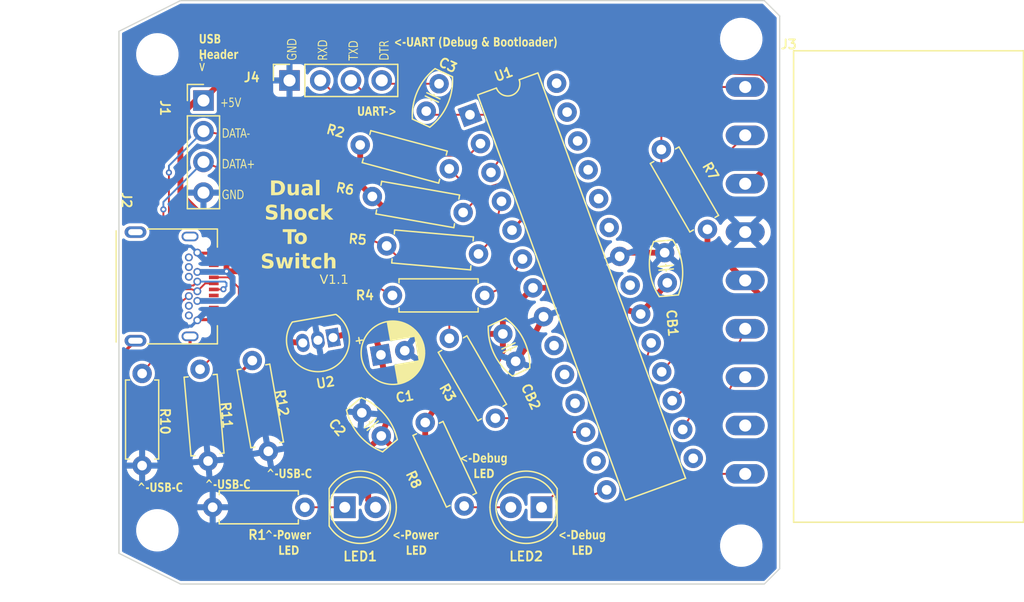
<source format=kicad_pcb>
(kicad_pcb (version 20221018) (generator pcbnew)
  (layers (0 "F.Cu" signal) (31 "B.Cu" signal) (34 "B.Paste" user) (35 "F.Paste" user) (36 "B.SilkS" user "B.Silkscreen") (37 "F.SilkS" user "F.Silkscreen") (38 "B.Mask" user) (39 "F.Mask" user) (44 "Edge.Cuts" user))
  (net 0 "")
  (net 1 "+3.3V")
  (net 2 "GND")
  (net 3 "/~RESET")
  (net 4 "/DTR")
  (net 5 "+5V")
  (net 6 "/USBD-")
  (net 7 "/USBD+")
  (net 10 "Net-(J2-CC1)")
  (net 16 "Net-(J2-CC2)")
  (net 20 "/POCI")
  (net 21 "/PICO")
  (net 22 "/~CS")
  (net 23 "/SCK")
  (net 25 "/ACK")
  (net 26 "/RXD")
  (net 27 "/TXD")
  (net 28 "Net-(LED1-K)")
  (net 29 "Net-(LED2-K)")
  (net 30 "Net-(LED2-A)")
  (net 31 "Net-(U1-PD6)")
  (net 32 "Net-(U1-PD4)")
  (net 33 "Net-(U1-PD2)")
  (net 34 "Net-(J2-SHIELD)")
  (footprint "Resistor_THT:R_Axial_DIN0207_L6.3mm_D2.5mm_P7.62mm_Horizontal" (layer "F.Cu") (at 173.355 100.581557 120)
    (fp_text reference "R3")
    (fp_text value "1K5")
  )
  (footprint "Connector_PinSocket_2.54mm:PinSocket_1x04_P2.54mm_Vertical" (layer "F.Cu") (at 156.337 72.644 90)
    (fp_text reference "J4")
    (fp_text value "Serial")
  )
  (footprint "PCM_Capacitor_THT_AKL:C_Disc_D5.0mm_W2.5mm_P2.50mm" (layer "F.Cu") (at 187.5609 89.3832 95)
    (fp_text reference "CB1")
    (fp_text value "0.1u" hide)
  )
  (footprint "PCM_Capacitor_THT_AKL:C_Disc_D5.0mm_W2.5mm_P2.50mm" (layer "F.Cu") (at 173.9697 93.6091 -65)
    (fp_text reference "CB2")
    (fp_text value "0.1u" hide)
  )
  (footprint "USB-C-Connectors:TYPE-C-31-M-04" (layer "F.Cu") (at 145.007 89.6824 -90)
    (fp_text reference "J2")
    (fp_text value "USB_C_Receptacle")
  )
  (footprint "LED_THT:LED_D5.0mm" (layer "F.Cu") (at 177.165 107.95 180)
    (fp_text reference "LED2")
    (fp_text value "GREEN")
  )
  (footprint "MountingHole:MountingHole_3.2mm_M3_ISO7380" (layer "F.Cu") (at 145.415 70.485)
    (fp_text reference "REF**" hide)
    (fp_text value "MountingHole_3.2mm_M3_ISO7380")
  )
  (footprint "Resistor_THT:R_Axial_DIN0207_L6.3mm_D2.5mm_P7.62mm_Horizontal" (layer "F.Cu") (at 172.466 90.424 180)
    (fp_text reference "R4")
    (fp_text value "68")
  )
  (footprint "Package_DIP:DIP-28_W7.62mm" (layer "F.Cu") (at 171.2514 75.4821 20)
    (fp_text reference "U1")
    (fp_text value "ATmega8A-P")
  )
  (footprint "PCM_Capacitor_THT_AKL:C_Disc_D5.0mm_W2.5mm_P2.50mm" (layer "F.Cu") (at 167.64 75.184 65)
    (fp_text reference "C3")
    (fp_text value "0.1u" hide)
  )
  (footprint "JRMKiCadLibrary:JRMLogo_SolderMask" (layer "F.Cu") (at 186.79589 111.552178)
    (fp_text reference "G***" hide)
    (fp_text value "LOGO" hide)
  )
  (footprint "Resistor_THT:R_Axial_DIN0207_L6.3mm_D2.5mm_P7.62mm_Horizontal" (layer "F.Cu") (at 170.688 83.566 170)
    (fp_text reference "R6")
    (fp_text value "3.3k")
  )
  (footprint "Capacitor_THT:CP_Radial_D5.0mm_P2.00mm" (layer "F.Cu") (at 163.8924 95.3433 10)
    (fp_text reference "C1")
    (fp_text value "1u")
  )
  (footprint "JRMKiCadLibrary:JRMLogo_SilkScreen" (layer "F.Cu") (at 186.79589 111.552178)
    (fp_text reference "G***" hide)
    (fp_text value "LOGO" hide)
  )
  (footprint "LED_THT:LED_D5.0mm" (layer "F.Cu") (at 160.904 107.95)
    (fp_text reference "LED1")
    (fp_text value "RED")
  )
  (footprint "SwitchDualShockAdapter:DualShockSocket" (layer "F.Cu") (at 194 80.1874)
    (fp_text reference "J3")
    (fp_text value "DualShockSocket")
  )
  (footprint "Resistor_THT:R_Axial_DIN0207_L6.3mm_D2.5mm_P7.62mm_Horizontal" (layer "F.Cu") (at 187.071 78.361444 -60)
    (fp_text reference "R7")
    (fp_text value "3.3k")
  )
  (footprint "MountingHole:MountingHole_3.2mm_M3_ISO7380" (layer "F.Cu") (at 193.675 111.125)
    (fp_text reference "REF**" hide)
    (fp_text value "MountingHole_3.2mm_M3_ISO7380")
  )
  (footprint "Resistor_THT:R_Axial_DIN0207_L6.3mm_D2.5mm_P7.62mm_Horizontal" (layer "F.Cu") (at 171.958 86.995 175)
    (fp_text reference "R5")
    (fp_text value "68")
  )
  (footprint "Package_TO_SOT_THT:TO-92_Inline" (layer "F.Cu") (at 159.9382 93.9129 -170)
    (fp_text reference "U2")
    (fp_text value "LP2950-3.3_TO92")
  )
  (footprint "Resistor_THT:R_Axial_DIN0207_L6.3mm_D2.5mm_P7.62mm_Horizontal" (layer "F.Cu") (at 144.1562 96.8832 -90)
    (fp_text reference "R10")
    (fp_text value "5.1k")
  )
  (footprint "Resistor_THT:R_Axial_DIN0207_L6.3mm_D2.5mm_P7.62mm_Horizontal" (layer "F.Cu") (at 167.553825 100.940968 -65)
    (fp_text reference "R8")
    (fp_text value "220")
  )
  (footprint "Resistor_THT:R_Axial_DIN0207_L6.3mm_D2.5mm_P7.62mm_Horizontal" (layer "F.Cu") (at 153.2624 95.8159 -80)
    (fp_text reference "R12")
    (fp_text value "1M")
  )
  (footprint "Resistor_THT:R_Axial_DIN0207_L6.3mm_D2.5mm_P7.62mm_Horizontal" (layer "F.Cu") (at 162.179751 77.981111 -15)
    (fp_text reference "R2")
    (fp_text value "10k")
  )
  (footprint "Resistor_THT:R_Axial_DIN0207_L6.3mm_D2.5mm_P7.62mm_Horizontal" (layer "F.Cu") (at 148.9419 96.5345 -85)
    (fp_text reference "R11")
    (fp_text value "5.1k")
  )
  (footprint "MountingHole:MountingHole_3.2mm_M3_ISO7380" (layer "F.Cu") (at 193.675 69.215)
    (fp_text reference "REF**" hide)
    (fp_text value "MountingHole_3.2mm_M3_ISO7380")
  )
  (footprint "PCM_Capacitor_THT_AKL:C_Disc_D5.0mm_W2.5mm_P2.50mm" (layer "F.Cu") (at 163.9223 102.0496 130)
    (fp_text reference "C2")
    (fp_text value "0.1u" hide)
  )
  (footprint "Resistor_THT:R_Axial_DIN0207_L6.3mm_D2.5mm_P7.62mm_Horizontal" (layer "F.Cu") (at 157.607 107.95 180)
    (fp_text reference "R1")
    (fp_text value "R")
  )
  (footprint "MountingHole:MountingHole_3.2mm_M3_ISO7380" (layer "F.Cu") (at 145.415 109.855)
    (fp_text reference "REF**" hide)
    (fp_text value "MountingHole_3.2mm_M3_ISO7380")
  )
  (footprint "Connector_PinHeader_2.54mm:PinHeader_1x04_P2.54mm_Vertical" (layer "F.Cu") (at 149.225 74.305)
    (fp_text reference "J1")
    (fp_text value "USB")
  )
  (gr_line (start 196.85 67.31) (end 196.85 113.03) (stroke (width 0.1)) (layer "Edge.Cuts"))
  (gr_line (start 195.58 114.3) (end 147.32 114.3) (stroke (width 0.1)) (layer "Edge.Cuts"))
  (gr_line (start 196.85 113.03) (end 195.58 114.3) (stroke (width 0.1)) (layer "Edge.Cuts"))
  (gr_line (start 147.32 66.04) (end 195.58 66.04) (stroke (width 0.1)) (layer "Edge.Cuts"))
  (gr_line (start 196.85 67.31) (end 195.58 66.04) (stroke (width 0.1)) (layer "Edge.Cuts"))
  (gr_line (start 142.24 111.76) (end 142.24 68.58) (stroke (width 0.1)) (layer "Edge.Cuts"))
  (gr_line (start 147.32 114.3) (end 142.24 111.76) (stroke (width 0.1)) (layer "Edge.Cuts"))
  (gr_line (start 147.32 66.04) (end 142.24 68.58) (stroke (width 0.1)) (layer "Edge.Cuts"))
  (gr_text "GND" (at 150.749 82.143786) (layer "F.SilkS") (effects (font (size 0.762 0.5715) (thickness 0.09525)) (justify left)))
  (gr_text "V1.1" (at 160.02 89.154) (layer "F.SilkS") (effects (font (size 0.754 0.754) (thickness 0.09425))))
  (gr_text "GND" (at 156.591 70.993 90) (layer "F.SilkS") (effects (font (size 0.762 0.5715) (thickness 0.09525)) (justify left)))
  (gr_text "Dual \nShock\nTo \nSwitch" (at 157.099 88.392) (layer "F.SilkS") (effects (font (size 1.2 1.2) (thickness 0.127) bold) (justify bottom)))
  (gr_text "RXD" (at 159.131 70.993 90) (layer "F.SilkS") (effects (font (size 0.762 0.5715) (thickness 0.09525)) (justify left)))
  (gr_text "+5V" (at 150.622 74.523786) (layer "F.SilkS") (effects (font (size 0.762 0.5715) (thickness 0.09525)) (justify left)))
  (gr_text "^-USB-C" (at 154.432 105.664) (layer "F.SilkS") (effects (font (size 0.762 0.5715) (thickness 0.08775) bold) (justify left bottom)))
  (gr_text "USB \nHeader" (at 148.844 70.993) (layer "F.SilkS") (effects (font (size 0.762 0.5715) (thickness 0.08775) bold) (justify left bottom)))
  (gr_text "->" (at 148.763994 70.647655 270) (layer "F.SilkS") (effects (font (size 0.5715 0.762) (thickness 0.08775) bold) (justify left bottom)))
  (gr_text "^-Power \n    LED" (at 154.305 112.014) (layer "F.SilkS") (effects (font (size 0.762 0.5715) (thickness 0.08775) bold) (justify left bottom)))
  (gr_text "^-USB-C" (at 149.352 106.553) (layer "F.SilkS") (effects (font (size 0.762 0.5715) (thickness 0.08775) bold) (justify left bottom)))
  (gr_text "<-Debug\n    LED" (at 170.434 105.664) (layer "F.SilkS") (effects (font (size 0.762 0.5715) (thickness 0.08775) bold) (justify left bottom)))
  (gr_text "<-Power\n    LED" (at 164.846 112.014) (layer "F.SilkS") (effects (font (size 0.762 0.5715) (thickness 0.08775) bold) (justify left bottom)))
  (gr_text "DTR" (at 164.211 70.993 90) (layer "F.SilkS") (effects (font (size 0.762 0.5715) (thickness 0.09525)) (justify left)))
  (gr_text "<-Debug\n    LED" (at 178.562 112.014) (layer "F.SilkS") (effects (font (size 0.762 0.5715) (thickness 0.08775) bold) (justify left bottom)))
  (gr_text "^-USB-C" (at 143.764 106.807) (layer "F.SilkS") (effects (font (size 0.762 0.5715) (thickness 0.08775) bold) (justify left bottom)))
  (gr_text "<-UART (Debug & Bootloader)" (at 164.973 69.96684) (layer "F.SilkS") (effects (font (size 0.762 0.5715) (thickness 0.08775) bold) (justify left bottom)))
  (gr_text "DATA+\n" (at 150.749 79.603786) (layer "F.SilkS") (effects (font (size 0.762 0.5715) (thickness 0.09525)) (justify left)))
  (gr_text "UART->" (at 161.925 75.692) (layer "F.SilkS") (effects (font (size 0.762 0.5715) (thickness 0.08775) bold) (justify left bottom)))
  (gr_text "DATA-\n" (at 150.749 77.063786) (layer "F.SilkS") (effects (font (size 0.762 0.5715) (thickness 0.09525)) (justify left)))
  (gr_text "TXD" (at 161.671 70.993 90) (layer "F.SilkS") (effects (font (size 0.762 0.5715) (thickness 0.09525)) (justify left)))
  (segment (start 196.215 105.791) (end 195.248513 107.392487) (width 0.48) (layer "F.Cu") (net 1))
  (segment (start 162.84 107.346) (end 162.84 103.1319) (width 0.48) (layer "F.Cu") (net 1))
  (segment (start 170.688 91.821) (end 170.688 89.747036) (width 0.48) (layer "F.Cu") (net 1))
  (segment (start 196.215 91.4024) (end 196.215 105.791) (width 0.48) (layer "F.Cu") (net 1))
  (segment (start 194 89.1874) (end 196.215 91.4024) (width 0.48) (layer "F.Cu") (net 1))
  (segment (start 165.2507 103.378) (end 166.37 103.378) (width 0.48) (layer "F.Cu") (net 1))
  (segment (start 178.703 89.803) (end 180.735 89.803) (width 0.48) (layer "F.Cu") (net 1))
  (segment (start 188.595 106.934) (end 185.928 104.648) (width 0.48) (layer "F.Cu") (net 1))
  (segment (start 173.9697 95.0163) (end 173.9697 93.6091) (width 0.49) (layer "F.Cu") (net 1))
  (segment (start 164.0973 96.5056) (end 163.8924 95.3433) (width 0.49) (layer "F.Cu") (net 1))
  (segment (start 164.592 100.33) (end 164.0972 96.5056) (width 0.49) (layer "F.Cu") (net 1))
  (segment (start 171.704 99.06) (end 173.9697 95.0163) (width 0.49) (layer "F.Cu") (net 1))
  (segment (start 195.248513 107.392487) (end 190.958487 107.392487) (width 0.48) (layer "F.Cu") (net 1))
  (segment (start 181.864 99.06) (end 181.864 90.932) (width 0.48) (layer "F.Cu") (net 1))
  (segment (start 162.179751 77.981111) (end 162.179751 81.238787) (width 0.48) (layer "F.Cu") (net 1))
  (segment (start 185.361707 91.970461) (end 181.864 90.932) (width 0.48) (layer "F.Cu") (net 1))
  (segment (start 190.881 86.106) (end 190.881 84.960558) (width 0.48) (layer "F.Cu") (net 1))
  (segment (start 178.703 89.803) (end 176.4638 89.803) (width 0.48) (layer "F.Cu") (net 1))
  (segment (start 163.444 107.95) (end 162.84 107.346) (width 0.48) (layer "F.Cu") (net 1))
  (segment (start 194 89.1874) (end 193.9624 89.1874) (width 0.48) (layer "F.Cu") (net 1))
  (segment (start 163.8924 95.3433) (end 163.322 93.472) (width 0.49) (layer "F.Cu") (net 1))
  (segment (start 167.553825 102.194175) (end 167.553825 100.940968) (width 0.48) (layer "F.Cu") (net 1))
  (segment (start 180.735 89.803) (end 181.864 90.932) (width 0.48) (layer "F.Cu") (net 1))
  (segment (start 193.9624 89.1874) (end 190.881 86.106) (width 0.48) (layer "F.Cu") (net 1))
  (segment (start 163.9223 102.0496) (end 164.592 100.33) (width 0.49) (layer "F.Cu") (net 1))
  (segment (start 163.322 93.472) (end 161.544 93.472) (width 0.49) (layer "F.Cu") (net 1))
  (segment (start 172.4761 93.6091) (end 170.688 91.821) (width 0.48) (layer "F.Cu") (net 1))
  (segment (start 187.5609 89.3832) (end 185.361707 91.970461) (width 0.49) (layer "F.Cu") (net 1))
  (segment (start 162.179751 81.238787) (end 163.183765 82.242801) (width 0.48) (layer "F.Cu") (net 1))
  (segment (start 164.0972 96.5056) (end 164.0973 96.5056) (width 0.49) (layer "F.Cu") (net 1))
  (segment (start 163.9223 102.0496) (end 165.2507 103.378) (width 0.48) (layer "F.Cu") (net 1))
  (segment (start 161.544 93.472) (end 159.9382 93.9129) (width 0.49) (layer "F.Cu") (net 1))
  (segment (start 173.9697 93.6091) (end 172.4761 93.6091) (width 0.48) (layer "F.Cu") (net 1))
  (segment (start 168.656 99.314) (end 171.704 99.06) (width 0.49) (layer "F.Cu") (net 1))
  (segment (start 162.84 103.1319) (end 163.9223 102.0496) (width 0.48) (layer "F.Cu") (net 1))
  (segment (start 167.553825 100.940968) (end 168.656 99.314) (width 0.48) (layer "F.Cu") (net 1))
  (segment (start 185.928 104.648) (end 181.864 99.06) (width 0.48) (layer "F.Cu") (net 1))
  (segment (start 176.4638 89.803) (end 173.9697 92.2971) (width 0.48) (layer "F.Cu") (net 1))
  (segment (start 190.958487 107.392487) (end 188.595 106.934) (width 0.48) (layer "F.Cu") (net 1))
  (segment (start 166.37 103.378) (end 167.553825 102.194175) (width 0.48) (layer "F.Cu") (net 1))
  (segment (start 170.688 89.747036) (end 163.183765 82.242801) (width 0.48) (layer "F.Cu") (net 1))
  (segment (start 173.9697 93.6091) (end 173.9697 92.2971) (width 0.48) (layer "F.Cu") (net 1))
  (segment (start 187.343011 86.892713) (end 183.928354 86.892713) (width 0.48) (layer "F.Cu") (net 2))
  (segment (start 150.077 86.9324) (end 148.767 86.9324) (width 0.254) (layer "F.Cu") (net 2))
  (segment (start 183.928354 86.892713) (end 183.624245 87.196822) (width 0.1524) (layer "F.Cu") (net 2))
  (segment (start 176.276 94.234) (end 175.026246 95.874869) (width 0.48) (layer "F.Cu") (net 2))
  (segment (start 148.767 86.9324) (end 148.717 86.8824) (width 0.254) (layer "F.Cu") (net 2))
  (segment (start 177.332518 92.189835) (end 176.276 94.234) (width 0.48) (layer "F.Cu") (net 2))
  (segment (start 148.767 92.4324) (end 148.717 92.4824) (width 0.254) (layer "F.Cu") (net 2))
  (segment (start 150.077 92.4324) (end 148.767 92.4324) (width 0.254) (layer "F.Cu") (net 2))
  (segment (start 148.717 92.4824) (end 148.2354 92.964) (width 0.254) (layer "B.Cu") (net 2))
  (segment (start 148.1946 86.36) (end 147.828 86.36) (width 0.254) (layer "B.Cu") (net 2))
  (segment (start 148.717 86.8824) (end 148.1946 86.36) (width 0.254) (layer "B.Cu") (net 2))
  (segment (start 148.2354 92.964) (end 147.828 92.964) (width 0.254) (layer "B.Cu") (net 2))
  (segment (start 171.2514 75.4821) (end 167.9381 75.4821) (width 0.1524) (layer "F.Cu") (net 3))
  (segment (start 175.006 77.329574) (end 173.158526 75.4821) (width 0.1524) (layer "F.Cu") (net 3))
  (segment (start 169.540106 79.953312) (end 170.947251 81.360457) (width 0.1524) (layer "F.Cu") (net 3))
  (segment (start 173.158526 75.4821) (end 171.2514 75.4821) (width 0.1524) (layer "F.Cu") (net 3))
  (segment (start 167.9381 75.4821) (end 167.64 75.184) (width 0.1524) (layer "F.Cu") (net 3))
  (segment (start 175.006 80.772) (end 175.006 77.329574) (width 0.1524) (layer "F.Cu") (net 3))
  (segment (start 171.704 81.788) (end 175.006 80.772) (width 0.1524) (layer "F.Cu") (net 3))
  (segment (start 170.947251 81.360457) (end 171.704 81.788) (width 0.1524) (layer "F.Cu") (net 3))
  (segment (start 164.231231 72.918231) (end 163.957 72.644) (width 0.1524) (layer "F.Cu") (net 4))
  (segment (start 168.696546 72.918231) (end 164.231231 72.918231) (width 0.1524) (layer "F.Cu") (net 4))
  (segment (start 149.225 74.2315) (end 149.225 74.305) (width 0.48) (layer "F.Cu") (net 5))
  (segment (start 165.481 70.866) (end 152.5905 70.866) (width 0.48) (layer "F.Cu") (net 5))
  (segment (start 194 81.1874) (end 194.4026 81.1874) (width 0.48) (layer "F.Cu") (net 5))
  (segment (start 152.3317 88.4324) (end 151.13 88.4324) (width 0.48) (layer "F.Cu") (net 5))
  (segment (start 155.702 94.234) (end 152.3317 88.4324) (width 0.48) (layer "F.Cu") (net 5))
  (segment (start 148.767 90.9324) (end 148.717 90.8824) (width 0.48) (layer "F.Cu") (net 5))
  (segment (start 147.32 82.042) (end 151.13 85.852) (width 0.48) (layer "F.Cu") (net 5))
  (segment (start 157.4368 94.354) (end 155.702 94.234) (width 0.48) (layer "F.Cu") (net 5))
  (segment (start 149.225 74.305) (end 148.58 74.305) (width 0.48) (layer "F.Cu") (net 5))
  (segment (start 195.290175 72.0156) (end 165.481 70.866) (width 0.48) (layer "F.Cu") (net 5))
  (segment (start 196.215 72.940425) (end 195.685787 72.411213) (width 0.48) (layer "F.Cu") (net 5))
  (segment (start 148.767 88.4324) (end 148.717 88.4824) (width 0.48) (layer "F.Cu") (net 5))
  (segment (start 150.077 88.4324) (end 148.767 88.4324) (width 0.254) (layer "F.Cu") (net 5))
  (segment (start 151.13 85.852) (end 151.13 88.4324) (width 0.48) (layer "F.Cu") (net 5))
  (segment (start 150.077 90.9324) (end 148.767 90.9324) (width 0.254) (layer "F.Cu") (net 5))
  (segment (start 150.077 88.4324) (end 151.13 88.4324) (width 0.254) (layer "F.Cu") (net 5))
  (segment (start 152.5905 70.866) (end 149.225 74.2315) (width 0.48) (layer "F.Cu") (net 5))
  (segment (start 148.58 74.305) (end 147.32 75.565) (width 0.48) (layer "F.Cu") (net 5))
  (segment (start 195.685787 72.411213) (end 195.290175 72.0156) (width 0.48) (layer "F.Cu") (net 5))
  (segment (start 147.32 75.565) (end 147.32 82.042) (width 0.48) (layer "F.Cu") (net 5))
  (segment (start 196.215 79.375) (end 196.215 72.940425) (width 0.48) (layer "F.Cu") (net 5))
  (segment (start 194.4026 81.1874) (end 196.215 79.375) (width 0.48) (layer "F.Cu") (net 5))
  (via (at 151.13 88.4324) (size 0.508) (drill 0.254) (layers "F.Cu" "B.Cu") (net 5))
  (segment (start 150.9256 90.8824) (end 151.638 90.17) (width 0.48) (layer "B.Cu") (net 5))
  (segment (start 148.717 90.8824) (end 150.9256 90.8824) (width 0.48) (layer "B.Cu") (net 5))
  (segment (start 151.638 90.17) (end 151.638 88.9404) (width 0.48) (layer "B.Cu") (net 5))
  (segment (start 151.13 88.4324) (end 151.08 88.4824) (width 0.1524) (layer "B.Cu") (net 5))
  (segment (start 151.638 88.9404) (end 151.13 88.4324) (width 0.48) (layer "B.Cu") (net 5))
  (segment (start 151.08 88.4824) (end 148.717 88.4824) (width 0.48) (layer "B.Cu") (net 5))
  (segment (start 150.077 89.9324) (end 150.8596 89.9324) (width 0.1524) (layer "F.Cu") (net 6))
  (segment (start 152.908 77.47) (end 149.225 76.845) (width 0.1524) (layer "F.Cu") (net 6))
  (segment (start 148.717 89.2824) (end 148.392 89.6074) (width 0.1524) (layer "F.Cu") (net 6))
  (segment (start 146.369299 88.457299) (end 146.369299 80.264) (width 0.1524) (layer "F.Cu") (net 6))
  (segment (start 160.02 84.709) (end 152.908 77.47) (width 0.1524) (layer "F.Cu") (net 6))
  (segment (start 164.366996 86.330873) (end 160.02 84.709) (width 0.1524) (layer "F.Cu") (net 6))
  (segment (start 147.5194 89.6074) (end 146.369299 88.457299) (width 0.1524) (layer "F.Cu") (net 6))
  (segment (start 169.545 91.508877) (end 164.366996 86.330873) (width 0.1524) (layer "F.Cu") (net 6))
  (segment (start 169.545 93.982443) (end 169.545 91.508877) (width 0.1524) (layer "F.Cu") (net 6))
  (segment (start 150.8596 89.9324) (end 150.876 89.916) (width 0.1524) (layer "F.Cu") (net 6))
  (segment (start 148.392 89.6074) (end 147.5194 89.6074) (width 0.1524) (layer "F.Cu") (net 6))
  (via (at 150.876 89.916) (size 0.508) (drill 0.254) (layers "F.Cu" "B.Cu") (net 6))
  (via (at 146.369299 80.264) (size 0.508) (drill 0.254) (layers "F.Cu" "B.Cu") (net 6))
  (segment (start 151.13 89.662) (end 151.13 89.408) (width 0.1524) (layer "B.Cu") (net 6))
  (segment (start 151.0044 89.2824) (end 148.717 89.2824) (width 0.1524) (layer "B.Cu") (net 6))
  (segment (start 149.225 76.845) (end 146.369299 79.700701) (width 0.1524) (layer "B.Cu") (net 6))
  (segment (start 146.369299 79.700701) (end 146.369299 80.264) (width 0.1524) (layer "B.Cu") (net 6))
  (segment (start 150.876 89.916) (end 151.13 89.662) (width 0.1524) (layer "B.Cu") (net 6))
  (segment (start 151.13 89.408) (end 151.0044 89.2824) (width 0.1524) (layer "B.Cu") (net 6))
  (segment (start 152.4 80.645) (end 160.274 87.884) (width 0.1524) (layer "F.Cu") (net 7))
  (segment (start 160.274 87.884) (end 164.846 90.424) (width 0.1524) (layer "F.Cu") (net 7))
  (segment (start 150.077 89.4324) (end 149.367 89.4324) (width 0.1524) (layer "F.Cu") (net 7))
  (segment (start 147.066 89.916) (end 145.912599 88.9869) (width 0.1524) (layer "F.Cu") (net 7))
  (segment (start 148.717 90.0824) (end 148.235788 89.916) (width 0.1524) (layer "F.Cu") (net 7))
  (segment (start 149.367 89.4324) (end 148.717 90.0824) (width 0.1524) (layer "F.Cu") (net 7))
  (segment (start 148.235788 89.916) (end 147.066 89.916) (width 0.1524) (layer "F.Cu") (net 7))
  (segment (start 149.225 79.385) (end 152.4 80.645) (width 0.1524) (layer "F.Cu") (net 7))
  (segment (start 145.912599 88.9869) (end 145.912599 83.312) (width 0.1524) (layer "F.Cu") (net 7))
  (via (at 145.912599 83.312) (size 0.508) (drill 0.254) (layers "F.Cu" "B.Cu") (net 7))
  (segment (start 149.225 79.385) (end 145.912599 82.697401) (width 0.1524) (layer "B.Cu") (net 7))
  (segment (start 145.912599 82.697401) (end 145.912599 83.312) (width 0.1524) (layer "B.Cu") (net 7))
  (segment (start 152.146 89.789) (end 152.146 93.3304) (width 0.1524) (layer "F.Cu") (net 10))
  (segment (start 150.077 88.9324) (end 151.2894 88.9324) (width 0.1524) (layer "F.Cu") (net 10))
  (segment (start 152.146 93.3304) (end 148.9419 96.5345) (width 0.1524) (layer "F.Cu") (net 10))
  (segment (start 151.2894 88.9324) (end 152.146 89.789) (width 0.1524) (layer "F.Cu") (net 10))
  (segment (start 146.558 92.71) (end 146.05 94.488) (width 0.1524) (layer "F.Cu") (net 16))
  (segment (start 146.05 94.488) (end 144.1562 96.8832) (width 0.1524) (layer "F.Cu") (net 16))
  (segment (start 147.066 91.186) (end 146.558 92.71) (width 0.1524) (layer "F.Cu") (net 16))
  (segment (start 148.017 90.4824) (end 147.066 91.186) (width 0.1524) (layer "F.Cu") (net 16))
  (segment (start 189.357 83.82) (end 189.357 94.107) (width 0.1524) (layer "F.Cu") (net 20))
  (segment (start 189.357 94.107) (end 187.099169 96.744099) (width 0.1524) (layer "F.Cu") (net 20))
  (segment (start 194 73.1874) (end 189.7026 73.1874) (width 0.1524) (layer "F.Cu") (net 20))
  (segment (start 187.071 78.361444) (end 187.071 81.661) (width 0.1524) (layer "F.Cu") (net 20))
  (segment (start 187.071 75.819) (end 187.071 78.361444) (width 0.1524) (layer "F.Cu") (net 20))
  (segment (start 187.071 81.661) (end 189.357 83.82) (width 0.1524) (layer "F.Cu") (net 20))
  (segment (start 189.7026 73.1874) (end 187.071 75.819) (width 0.1524) (layer "F.Cu") (net 20))
  (segment (start 194 77.1874) (end 189.738 81.4494) (width 0.1524) (layer "F.Cu") (net 21))
  (segment (start 189.738 81.4494) (end 189.738 97.360819) (width 0.1524) (layer "F.Cu") (net 21))
  (segment (start 189.738 97.360819) (end 187.967901 99.130918) (width 0.1524) (layer "F.Cu") (net 21))
  (segment (start 191.262 97.282) (end 188.836632 101.517738) (width 0.1524) (layer "F.Cu") (net 22))
  (segment (start 194 93.1874) (end 193.548 94.234) (width 0.1524) (layer "F.Cu") (net 22))
  (segment (start 193.548 94.234) (end 191.262 97.282) (width 0.1524) (layer "F.Cu") (net 22))
  (segment (start 187.706 102.87) (end 184.658 99.822) (width 0.1524) (layer "F.Cu") (net 23))
  (segment (start 189.170963 102.87) (end 187.706 102.87) (width 0.1524) (layer "F.Cu") (net 23))
  (segment (start 191.135 101.570482) (end 189.170963 102.87) (width 0.1524) (layer "F.Cu") (net 23))
  (segment (start 193.1952 97.1874) (end 191.135 101.570482) (width 0.1524) (layer "F.Cu") (net 23))
  (segment (start 194 97.1874) (end 193.1952 97.1874) (width 0.1524) (layer "F.Cu") (net 23))
  (segment (start 184.658 99.822) (end 186.230438 94.35728) (width 0.1524) (layer "F.Cu") (net 23))
  (segment (start 183.769 100.203) (end 183.769 95.123) (width 0.1524) (layer "F.Cu") (net 25))
  (segment (start 176.276 83.185) (end 174.726325 85.029377) (width 0.1524) (layer "F.Cu") (net 25))
  (segment (start 188.976 85.725) (end 186.563 83.312) (width 0.1524) (layer "F.Cu") (net 25))
  (segment (start 194 105.1874) (end 188.7534 105.1874) (width 0.1524) (layer "F.Cu") (net 25))
  (segment (start 185.674 93.218) (end 188.976 90.805) (width 0.1524) (layer "F.Cu") (net 25))
  (segment (start 188.7534 105.1874) (end 183.769 100.203) (width 0.1524) (layer "F.Cu") (net 25))
  (segment (start 188.976 90.805) (end 188.976 85.725) (width 0.1524) (layer "F.Cu") (net 25))
  (segment (start 186.563 83.312) (end 183.261 81.153) (width 0.1524) (layer "F.Cu") (net 25))
  (segment (start 183.769 95.123) (end 185.674 93.218) (width 0.1524) (layer "F.Cu") (net 25))
  (segment (start 172.339 81.915) (end 174.752 81.153) (width 0.1524) (layer "F.Cu") (net 25))
  (segment (start 181.320155 81.153) (end 176.276 83.185) (width 0.1524) (layer "F.Cu") (net 25))
  (segment (start 175.526324 81.927324) (end 174.752 81.153) (width 0.1524) (layer "F.Cu") (net 25))
  (segment (start 175.526324 84.229378) (end 175.526324 81.927324) (width 0.1524) (layer "F.Cu") (net 25))
  (segment (start 183.261 81.153) (end 181.320155 81.153) (width 0.1524) (layer "F.Cu") (net 25))
  (segment (start 170.688 83.566) (end 172.339 81.915) (width 0.1524) (layer "F.Cu") (net 25))
  (segment (start 174.726325 85.029377) (end 175.526324 84.229378) (width 0.1524) (layer "F.Cu") (net 25))
  (segment (start 165.735 78.867) (end 158.877 72.644) (width 0.1524) (layer "F.Cu") (net 26))
  (segment (start 172.120131 77.868919) (end 171.12205 78.867) (width 0.1524) (layer "F.Cu") (net 26))
  (segment (start 171.12205 78.867) (end 165.735 78.867) (width 0.1524) (layer "F.Cu") (net 26))
  (segment (start 166.497 77.343) (end 161.417 72.644) (width 0.1524) (layer "F.Cu") (net 27))
  (segment (start 174.371 78.105) (end 173.101 76.327) (width 0.1524) (layer "F.Cu") (net 27))
  (segment (start 172.988862 80.255739) (end 174.371 78.105) (width 0.1524) (layer "F.Cu") (net 27))
  (segment (start 168.529 77.724) (end 166.497 77.343) (width 0.1524) (layer "F.Cu") (net 27))
  (segment (start 173.101 76.327) (end 168.529 77.724) (width 0.1524) (layer "F.Cu") (net 27))
  (segment (start 160.904 107.95) (end 157.607 107.95) (width 0.1524) (layer "F.Cu") (net 28))
  (segment (start 182.5449 106.5108) (end 181.4599 106.9057) (width 0.1524) (layer "F.Cu") (net 29))
  (segment (start 178.2044 106.9056) (end 177.16 107.95) (width 0.1524) (layer "F.Cu") (net 29))
  (segment (start 181.4599 106.9057) (end 181.4599 106.9056) (width 0.1524) (layer "F.Cu") (net 29))
  (segment (start 181.4599 106.9056) (end 178.2044 106.9056) (width 0.1524) (layer "F.Cu") (net 29))
  (segment (start 174.62 107.95) (end 171.45 107.95) (width 0.1524) (layer "F.Cu") (net 30))
  (segment (start 180.807443 101.737112) (end 178.168488 101.737112) (width 0.1524) (layer "F.Cu") (net 31))
  (segment (start 177.012933 100.581557) (end 173.355 100.581557) (width 0.1524) (layer "F.Cu") (net 31))
  (segment (start 178.168488 101.737112) (end 177.012933 100.581557) (width 0.1524) (layer "F.Cu") (net 31))
  (segment (start 175.5951 87.4162) (end 174.244 89.662) (width 0.1524) (layer "F.Cu") (net 32))
  (segment (start 174.244 89.662) (end 172.466 90.424) (width 0.1524) (layer "F.Cu") (net 32))
  (segment (start 173.101 85.725) (end 173.857593 82.642558) (width 0.1524) (layer "F.Cu") (net 33))
  (segment (start 171.958 86.995) (end 173.101 85.725) (width 0.1524) (layer "F.Cu") (net 33))
  (segment (start 142.748 95.0314) (end 143.607 94.1724) (width 0.254) (layer "F.Cu") (net 34))
  (segment (start 146.812 97.282) (end 146.812 96.012) (width 0.254) (layer "F.Cu") (net 34))
  (segment (start 147.828 98.298) (end 146.812 97.282) (width 0.254) (layer "F.Cu") (net 34))
  (segment (start 146.812 96.012) (end 148.117 94.707) (width 0.254) (layer "F.Cu") (net 34))
  (segment (start 148.117 94.707) (end 148.117 93.8124) (width 0.254) (layer "F.Cu") (net 34))
  (segment (start 147.828 98.298) (end 143.256 98.298) (width 0.254) (layer "F.Cu") (net 34))
  (segment (start 150.7803 98.298) (end 147.828 98.298) (width 0.254) (layer "F.Cu") (net 34))
  (segment (start 143.256 98.298) (end 142.748 97.79) (width 0.254) (layer "F.Cu") (net 34))
  (segment (start 142.748 97.79) (end 142.748 95.0314) (width 0.254) (layer "F.Cu") (net 34))
  (segment (start 153.2624 95.8159) (end 150.7803 98.298) (width 0.254) (layer "F.Cu") (net 34))
  (zone (net 2) (net_name "GND") (layer "B.Cu") (connect_pads (clearance 0.254)) (min_thickness 0.25) (fill yes (thermal_gap 0.5) (thermal_bridge_width 0.5))
    (polygon (pts (xy 147.32 66.294) (xy 142.494 68.707) (xy 142.494 111.633) (xy 147.32 114.046) (xy 195.58 114.046) (xy 196.596 113.03) (xy 196.596 67.437) (xy 195.453 66.294)))
  )
)
</source>
